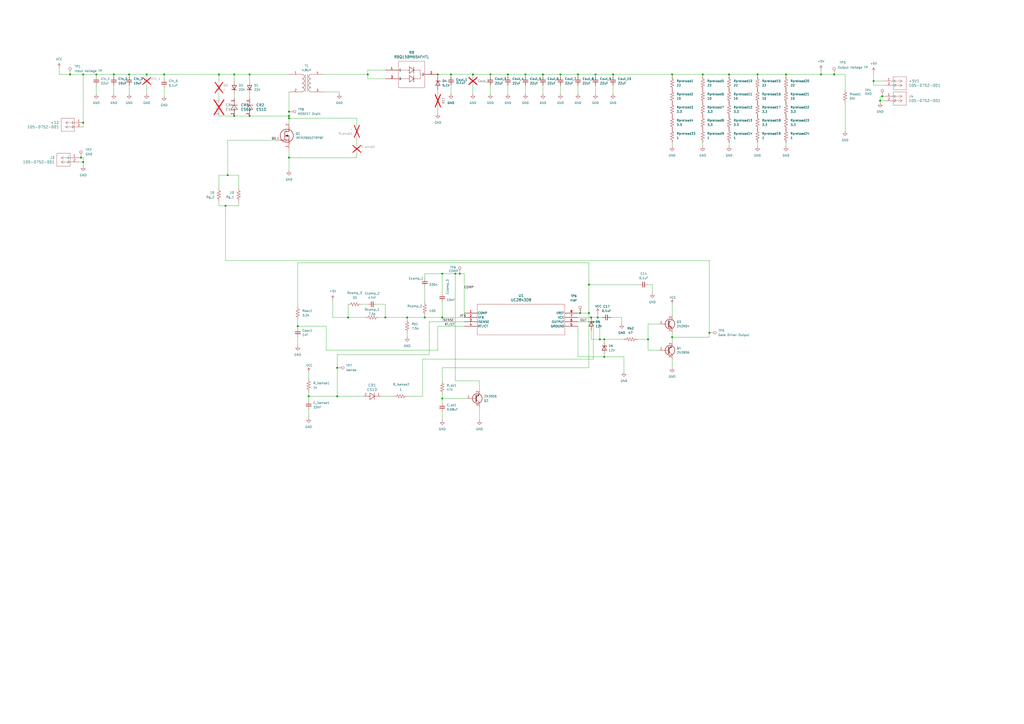
<source format=kicad_sch>
(kicad_sch (version 20250114) (generator "eeschema") (generator_version "9.0")
  (paper "A2")
  (junction (at 48.26 71.12))
  (junction (at 74.93 43.18))
  (junction (at 304.8 43.18))
  (junction (at 256.54 231.14))
  (junction (at 195.58 229.87))
  (junction (at 506.73 46.99))
  (junction (at 264.16 158.75))
  (junction (at 511.81 55.88))
  (junction (at 344.17 186.69))
  (junction (at 167.64 64.77))
  (junction (at 167.64 91.44))
  (junction (at 132.08 101.6))
  (junction (at 422.91 43.18))
  (junction (at 135.89 43.18))
  (junction (at 256.54 158.75))
  (junction (at 483.87 43.18))
  (junction (at 48.26 93.98))
  (junction (at 389.89 195.58))
  (junction (at 144.78 67.31))
  (junction (at 172.72 189.23))
  (junction (at 213.36 43.18))
  (junction (at 375.92 196.85))
  (junction (at 355.6 43.18))
  (junction (at 284.48 43.18))
  (junction (at 342.9 184.15))
  (junction (at 274.32 43.18))
  (junction (at 85.09 43.18))
  (junction (at 389.89 43.18))
  (junction (at 325.12 43.18))
  (junction (at 48.26 43.18))
  (junction (at 335.28 43.18))
  (junction (at 167.64 68.58))
  (junction (at 350.52 196.85))
  (junction (at 144.78 43.18))
  (junction (at 314.96 43.18))
  (junction (at 40.64 43.18))
  (junction (at 130.81 119.38))
  (junction (at 195.58 213.36))
  (junction (at 350.52 207.01))
  (junction (at 66.04 43.18))
  (junction (at 46.99 91.44))
  (junction (at 179.07 229.87))
  (junction (at 411.48 193.04))
  (junction (at 341.63 181.61))
  (junction (at 455.93 43.18))
  (junction (at 341.63 165.1))
  (junction (at 256.54 184.15))
  (junction (at 261.62 43.18))
  (junction (at 476.25 43.18))
  (junction (at 246.38 184.15))
  (junction (at 135.89 67.31))
  (junction (at 346.71 184.15))
  (junction (at 55.88 43.18))
  (junction (at 223.52 184.15))
  (junction (at 510.54 58.42))
  (junction (at 439.42 43.18))
  (junction (at 127 43.18))
  (junction (at 167.64 67.31))
  (junction (at 407.67 43.18))
  (junction (at 294.64 43.18))
  (junction (at 254 43.18))
  (junction (at 266.7 158.75))
  (junction (at 336.55 181.61))
  (junction (at 236.22 184.15))
  (junction (at 201.93 184.15))
  (junction (at 347.98 196.85))
  (junction (at 95.25 43.18))
  (junction (at 345.44 43.18))
  (wire (pts (xy 256.54 184.15) (xy 269.24 184.15)))
  (wire (pts (xy 196.85 53.34) (xy 196.85 54.61)))
  (wire (pts (xy 335.28 186.69) (xy 344.17 186.69)))
  (wire (pts (xy 85.09 49.53) (xy 85.09 54.61)))
  (wire (pts (xy 245.11 208.28) (xy 245.11 229.87)))
  (wire (pts (xy 144.78 54.61) (xy 144.78 57.15)))
  (wire (pts (xy 127 116.84) (xy 127 119.38)))
  (wire (pts (xy 144.78 43.18) (xy 167.64 43.18)))
  (wire (pts (xy 294.64 43.18) (xy 294.64 44.45)))
  (wire (pts (xy 46.99 91.44) (xy 48.26 91.44)))
  (wire (pts (xy 360.68 184.15) (xy 360.68 187.96)))
  (wire (pts (xy 355.6 49.53) (xy 355.6 54.61)))
  (wire (pts (xy 455.93 43.18) (xy 476.25 43.18)))
  (wire (pts (xy 439.42 43.18) (xy 439.42 44.45)))
  (wire (pts (xy 314.96 49.53) (xy 314.96 54.61)))
  (wire (pts (xy 369.57 196.85) (xy 375.92 196.85)))
  (wire (pts (xy 439.42 43.18) (xy 455.93 43.18)))
  (wire (pts (xy 314.96 43.18) (xy 314.96 44.45)))
  (wire (pts (xy 219.71 184.15) (xy 223.52 184.15)))
  (wire (pts (xy 344.17 186.69) (xy 347.98 186.69)))
  (wire (pts (xy 347.98 196.85) (xy 350.52 196.85)))
  (wire (pts (xy 345.44 43.18) (xy 345.44 44.45)))
  (wire (pts (xy 336.55 181.61) (xy 341.63 181.61)))
  (wire (pts (xy 274.32 43.18) (xy 274.32 44.45)))
  (wire (pts (xy 213.36 43.18) (xy 213.36 45.72)))
  (wire (pts (xy 223.52 176.53) (xy 223.52 184.15)))
  (wire (pts (xy 213.36 43.18) (xy 213.36 40.64)))
  (wire (pts (xy 172.72 195.58) (xy 172.72 200.66)))
  (wire (pts (xy 254 43.18) (xy 261.62 43.18)))
  (wire (pts (xy 506.73 49.53) (xy 506.73 46.99)))
  (wire (pts (xy 345.44 49.53) (xy 345.44 54.61)))
  (wire (pts (xy 335.28 207.01) (xy 350.52 207.01)))
  (wire (pts (xy 48.26 93.98) (xy 45.72 93.98)))
  (wire (pts (xy 314.96 43.18) (xy 325.12 43.18)))
  (wire (pts (xy 207.01 80.01) (xy 207.01 83.82)))
  (wire (pts (xy 389.89 193.04) (xy 389.89 195.58)))
  (wire (pts (xy 344.17 186.69) (xy 344.17 208.28)))
  (wire (pts (xy 342.9 184.15) (xy 346.71 184.15)))
  (wire (pts (xy 189.23 189.23) (xy 172.72 189.23)))
  (wire (pts (xy 407.67 43.18) (xy 407.67 44.45)))
  (wire (pts (xy 223.52 184.15) (xy 236.22 184.15)))
  (wire (pts (xy 256.54 175.26) (xy 256.54 184.15)))
  (wire (pts (xy 236.22 184.15) (xy 246.38 184.15)))
  (wire (pts (xy 48.26 91.44) (xy 48.26 93.98)))
  (wire (pts (xy 127 43.18) (xy 135.89 43.18)))
  (wire (pts (xy 48.26 96.52) (xy 48.26 93.98)))
  (wire (pts (xy 213.36 45.72) (xy 223.52 45.72)))
  (wire (pts (xy 132.08 101.6) (xy 138.43 101.6)))
  (wire (pts (xy 350.52 196.85) (xy 361.95 196.85)))
  (wire (pts (xy 248.92 186.69) (xy 248.92 205.74)))
  (wire (pts (xy 74.93 49.53) (xy 74.93 54.61)))
  (wire (pts (xy 135.89 54.61) (xy 135.89 57.15)))
  (wire (pts (xy 350.52 205.74) (xy 350.52 207.01)))
  (wire (pts (xy 179.07 227.33) (xy 179.07 229.87)))
  (wire (pts (xy 179.07 229.87) (xy 179.07 232.41)))
  (wire (pts (xy 167.64 67.31) (xy 167.64 68.58)))
  (wire (pts (xy 325.12 43.18) (xy 335.28 43.18)))
  (wire (pts (xy 256.54 213.36) (xy 256.54 220.98)))
  (wire (pts (xy 195.58 213.36) (xy 195.58 229.87)))
  (wire (pts (xy 254 189.23) (xy 269.24 189.23)))
  (wire (pts (xy 254 43.18) (xy 254 44.45)))
  (wire (pts (xy 195.58 229.87) (xy 210.82 229.87)))
  (wire (pts (xy 254 189.23) (xy 254 203.2)))
  (wire (pts (xy 335.28 181.61) (xy 336.55 181.61)))
  (wire (pts (xy 513.08 49.53) (xy 506.73 49.53)))
  (wire (pts (xy 95.25 50.8) (xy 95.25 55.88)))
  (wire (pts (xy 341.63 152.4) (xy 341.63 165.1)))
  (wire (pts (xy 335.28 184.15) (xy 342.9 184.15)))
  (wire (pts (xy 360.68 184.15) (xy 354.33 184.15)))
  (wire (pts (xy 294.64 43.18) (xy 304.8 43.18)))
  (wire (pts (xy 511.81 55.88) (xy 510.54 55.88)))
  (wire (pts (xy 304.8 49.53) (xy 304.8 54.61)))
  (wire (pts (xy 342.9 196.85) (xy 347.98 196.85)))
  (wire (pts (xy 66.04 49.53) (xy 66.04 54.61)))
  (wire (pts (xy 236.22 193.04) (xy 236.22 195.58)))
  (wire (pts (xy 167.64 68.58) (xy 207.01 68.58)))
  (wire (pts (xy 355.6 43.18) (xy 389.89 43.18)))
  (wire (pts (xy 284.48 43.18) (xy 284.48 44.45)))
  (wire (pts (xy 375.92 203.2) (xy 375.92 196.85)))
  (wire (pts (xy 355.6 43.18) (xy 355.6 44.45)))
  (wire (pts (xy 389.89 195.58) (xy 389.89 198.12)))
  (wire (pts (xy 220.98 229.87) (xy 228.6 229.87)))
  (wire (pts (xy 172.72 185.42) (xy 172.72 189.23)))
  (wire (pts (xy 407.67 82.55) (xy 407.67 85.09)))
  (wire (pts (xy 209.55 176.53) (xy 213.36 176.53)))
  (wire (pts (xy 132.08 101.6) (xy 132.08 81.28)))
  (wire (pts (xy 34.29 43.18) (xy 34.29 39.37)))
  (wire (pts (xy 85.09 43.18) (xy 95.25 43.18)))
  (wire (pts (xy 256.54 213.36) (xy 341.63 213.36)))
  (wire (pts (xy 389.89 82.55) (xy 389.89 85.09)))
  (wire (pts (xy 389.89 43.18) (xy 389.89 44.45)))
  (wire (pts (xy 256.54 158.75) (xy 256.54 170.18)))
  (wire (pts (xy 342.9 191.77) (xy 342.9 196.85)))
  (wire (pts (xy 172.72 152.4) (xy 172.72 177.8)))
  (wire (pts (xy 223.52 176.53) (xy 218.44 176.53)))
  (wire (pts (xy 513.08 58.42) (xy 510.54 58.42)))
  (wire (pts (xy 48.26 71.12) (xy 48.26 43.18)))
  (wire (pts (xy 284.48 43.18) (xy 294.64 43.18)))
  (wire (pts (xy 135.89 67.31) (xy 144.78 67.31)))
  (wire (pts (xy 422.91 43.18) (xy 422.91 44.45)))
  (wire (pts (xy 167.64 86.36) (xy 167.64 91.44)))
  (wire (pts (xy 389.89 195.58) (xy 411.48 195.58)))
  (wire (pts (xy 236.22 229.87) (xy 245.11 229.87)))
  (wire (pts (xy 138.43 109.22) (xy 138.43 101.6)))
  (wire (pts (xy 256.54 228.6) (xy 256.54 231.14)))
  (wire (pts (xy 422.91 43.18) (xy 439.42 43.18)))
  (wire (pts (xy 335.28 49.53) (xy 335.28 54.61)))
  (wire (pts (xy 270.51 231.14) (xy 256.54 231.14)))
  (wire (pts (xy 294.64 49.53) (xy 294.64 54.61)))
  (wire (pts (xy 278.13 236.22) (xy 278.13 243.84)))
  (wire (pts (xy 172.72 152.4) (xy 341.63 152.4)))
  (wire (pts (xy 48.26 71.12) (xy 48.26 73.66)))
  (wire (pts (xy 74.93 43.18) (xy 74.93 44.45)))
  (wire (pts (xy 254 203.2) (xy 189.23 203.2)))
  (wire (pts (xy 382.27 187.96) (xy 375.92 187.96)))
  (wire (pts (xy 284.48 49.53) (xy 284.48 54.61)))
  (wire (pts (xy 55.88 43.18) (xy 55.88 44.45)))
  (wire (pts (xy 172.72 189.23) (xy 172.72 190.5)))
  (wire (pts (xy 189.23 203.2) (xy 189.23 189.23)))
  (wire (pts (xy 245.11 208.28) (xy 344.17 208.28)))
  (wire (pts (xy 254 52.07) (xy 254 54.61)))
  (wire (pts (xy 167.64 68.58) (xy 167.64 71.12)))
  (wire (pts (xy 127 101.6) (xy 132.08 101.6)))
  (wire (pts (xy 127 54.61) (xy 127 57.15)))
  (wire (pts (xy 132.08 81.28) (xy 160.02 81.28)))
  (wire (pts (xy 167.64 53.34) (xy 167.64 64.77)))
  (wire (pts (xy 261.62 43.18) (xy 274.32 43.18)))
  (wire (pts (xy 261.62 49.53) (xy 261.62 54.61)))
  (wire (pts (xy 34.29 43.18) (xy 40.64 43.18)))
  (wire (pts (xy 510.54 58.42) (xy 510.54 59.69)))
  (wire (pts (xy 127 67.31) (xy 135.89 67.31)))
  (wire (pts (xy 144.78 43.18) (xy 144.78 46.99)))
  (wire (pts (xy 346.71 184.15) (xy 346.71 181.61)))
  (wire (pts (xy 48.26 43.18) (xy 55.88 43.18)))
  (wire (pts (xy 350.52 207.01) (xy 361.95 207.01)))
  (wire (pts (xy 269.24 186.69) (xy 248.92 186.69)))
  (wire (pts (xy 74.93 43.18) (xy 85.09 43.18)))
  (wire (pts (xy 510.54 55.88) (xy 510.54 58.42)))
  (wire (pts (xy 455.93 82.55) (xy 455.93 85.09)))
  (wire (pts (xy 266.7 158.75) (xy 264.16 158.75)))
  (wire (pts (xy 349.25 184.15) (xy 346.71 184.15)))
  (wire (pts (xy 341.63 165.1) (xy 341.63 181.61)))
  (wire (pts (xy 335.28 43.18) (xy 335.28 44.45)))
  (wire (pts (xy 127 43.18) (xy 127 46.99)))
  (wire (pts (xy 411.48 151.13) (xy 411.48 193.04)))
  (wire (pts (xy 246.38 182.88) (xy 246.38 184.15)))
  (wire (pts (xy 246.38 184.15) (xy 256.54 184.15)))
  (wire (pts (xy 261.62 44.45) (xy 261.62 43.18)))
  (wire (pts (xy 187.96 53.34) (xy 196.85 53.34)))
  (wire (pts (xy 130.81 151.13) (xy 411.48 151.13)))
  (wire (pts (xy 483.87 43.18) (xy 490.22 43.18)))
  (wire (pts (xy 248.92 205.74) (xy 195.58 205.74)))
  (wire (pts (xy 274.32 43.18) (xy 284.48 43.18)))
  (wire (pts (xy 476.25 40.64) (xy 476.25 43.18)))
  (wire (pts (xy 256.54 238.76) (xy 256.54 243.84)))
  (wire (pts (xy 407.67 43.18) (xy 422.91 43.18)))
  (wire (pts (xy 490.22 59.69) (xy 490.22 76.2)))
  (wire (pts (xy 341.63 165.1) (xy 370.84 165.1)))
  (wire (pts (xy 378.46 165.1) (xy 378.46 170.18)))
  (wire (pts (xy 193.04 184.15) (xy 201.93 184.15)))
  (wire (pts (xy 85.09 43.18) (xy 85.09 44.45)))
  (wire (pts (xy 378.46 165.1) (xy 375.92 165.1)))
  (wire (pts (xy 179.07 215.9) (xy 179.07 219.71)))
  (wire (pts (xy 95.25 43.18) (xy 127 43.18)))
  (wire (pts (xy 264.16 220.98) (xy 264.16 158.75)))
  (wire (pts (xy 167.64 91.44) (xy 207.01 91.44)))
  (wire (pts (xy 439.42 82.55) (xy 439.42 85.09)))
  (wire (pts (xy 274.32 49.53) (xy 274.32 54.61)))
  (wire (pts (xy 347.98 186.69) (xy 347.98 196.85)))
  (wire (pts (xy 325.12 49.53) (xy 325.12 54.61)))
  (wire (pts (xy 254 62.23) (xy 254 66.04)))
  (wire (pts (xy 201.93 184.15) (xy 212.09 184.15)))
  (wire (pts (xy 389.89 43.18) (xy 407.67 43.18)))
  (wire (pts (xy 304.8 43.18) (xy 304.8 44.45)))
  (wire (pts (xy 55.88 43.18) (xy 66.04 43.18)))
  (wire (pts (xy 455.93 43.18) (xy 455.93 44.45)))
  (wire (pts (xy 350.52 196.85) (xy 350.52 198.12)))
  (wire (pts (xy 130.81 119.38) (xy 138.43 119.38)))
  (wire (pts (xy 236.22 185.42) (xy 236.22 184.15)))
  (wire (pts (xy 195.58 205.74) (xy 195.58 213.36)))
  (wire (pts (xy 506.73 46.99) (xy 513.08 46.99)))
  (wire (pts (xy 66.04 43.18) (xy 74.93 43.18)))
  (wire (pts (xy 144.78 67.31) (xy 167.64 67.31)))
  (wire (pts (xy 135.89 43.18) (xy 144.78 43.18)))
  (wire (pts (xy 256.54 158.75) (xy 264.16 158.75)))
  (wire (pts (xy 40.64 43.18) (xy 48.26 43.18)))
  (wire (pts (xy 269.24 158.75) (xy 266.7 158.75)))
  (wire (pts (xy 382.27 203.2) (xy 375.92 203.2)))
  (wire (pts (xy 411.48 193.04) (xy 411.48 195.58)))
  (wire (pts (xy 55.88 49.53) (xy 55.88 54.61)))
  (wire (pts (xy 179.07 237.49) (xy 179.07 242.57)))
  (wire (pts (xy 207.01 68.58) (xy 207.01 72.39)))
  (wire (pts (xy 355.6 43.18) (xy 345.44 43.18)))
  (wire (pts (xy 278.13 220.98) (xy 264.16 220.98)))
  (wire (pts (xy 246.38 166.37) (xy 246.38 175.26)))
  (wire (pts (xy 138.43 119.38) (xy 138.43 116.84)))
  (wire (pts (xy 335.28 189.23) (xy 335.28 207.01)))
  (wire (pts (xy 325.12 43.18) (xy 325.12 44.45)))
  (wire (pts (xy 256.54 231.14) (xy 256.54 233.68)))
  (wire (pts (xy 246.38 158.75) (xy 246.38 161.29)))
  (wire (pts (xy 422.91 82.55) (xy 422.91 85.09)))
  (wire (pts (xy 506.73 41.91) (xy 506.73 46.99)))
  (wire (pts (xy 375.92 187.96) (xy 375.92 196.85)))
  (wire (pts (xy 193.04 173.99) (xy 193.04 184.15)))
  (wire (pts (xy 130.81 151.13) (xy 130.81 119.38)))
  (wire (pts (xy 66.04 43.18) (xy 66.04 44.45)))
  (wire (pts (xy 213.36 40.64) (xy 223.52 40.64)))
  (wire (pts (xy 341.63 213.36) (xy 341.63 181.61)))
  (wire (pts (xy 179.07 229.87) (xy 195.58 229.87)))
  (wire (pts (xy 513.08 55.88) (xy 511.81 55.88)))
  (wire (pts (xy 278.13 220.98) (xy 278.13 226.06)))
  (wire (pts (xy 269.24 181.61) (xy 269.24 158.75)))
  (wire (pts (xy 389.89 208.28) (xy 389.89 213.36)))
  (wire (pts (xy 361.95 207.01) (xy 361.95 215.9)))
  (wire (pts (xy 127 119.38) (xy 130.81 119.38)))
  (wire (pts (xy 246.38 158.75) (xy 256.54 158.75)))
  (wire (pts (xy 207.01 88.9) (xy 207.01 91.44)))
  (wire (pts (xy 45.72 91.44) (xy 46.99 91.44)))
  (wire (pts (xy 167.64 64.77) (xy 167.64 67.31)))
  (wire (pts (xy 304.8 43.18) (xy 314.96 43.18)))
  (wire (pts (xy 201.93 176.53) (xy 201.93 184.15)))
  (wire (pts (xy 135.89 43.18) (xy 135.89 46.99)))
  (wire (pts (xy 127 101.6) (xy 127 109.22)))
  (wire (pts (xy 167.64 91.44) (xy 167.64 99.06)))
  (wire (pts (xy 335.28 43.18) (xy 345.44 43.18)))
  (wire (pts (xy 95.25 43.18) (xy 95.25 45.72)))
  (wire (pts (xy 187.96 43.18) (xy 213.36 43.18)))
  (wire (pts (xy 490.22 43.18) (xy 490.22 52.07)))
  (wire (pts (xy 476.25 43.18) (xy 483.87 43.18)))
  (wire (pts (xy 389.89 176.53) (xy 389.89 182.88)))
  (label "QG" (at 157.48 81.28 0))
  (label "COMP" (at 269.24 167.64 0))
  (label "VFB" (at 266.7 184.15 0))
  (label "RT{slash}CT" (at 257.81 189.23 0))
  (label "OUT" (at 336.55 186.69 0))
  (label "ISENSE" (at 256.54 186.69 0))
  (symbol (lib_id "Device:R_US") (at 205.74 176.53 90) (unit 1)
    (property "Reference" "Rcomp_3" (at 205.74 169.926 90))
    (property "Value" "33" (at 205.74 172.72 90))
    (property "Footprint" "Resistor_SMD:R_0603_1608Metric_Pad0.98x0.95mm_HandSolder" (effects (hide yes)))
    (property "Description" "Resistor, US symbol" (effects (hide yes)))
  )
  (symbol (lib_id "Device:R_US") (at 455.93 78.74 0) (unit 1)
    (property "Reference" "Rpreload24" (at 458.47 77.4699 0) (effects (justify left)))
    (property "Value" "1" (at 458.47 80.0099 0) (effects (justify left)))
    (property "Footprint" "Resistor_SMD:R_1206_3216Metric_Pad1.30x1.75mm_HandSolder" (effects (hide yes)))
    (property "Description" "Resistor, US symbol" (effects (hide yes)))
  )
  (symbol (lib_id "Device:C_Small") (at 355.6 46.99 0) (unit 1)
    (property "Reference" "Cout_10" (at 358.394 45.72 0) (effects (justify left)))
    (property "Value" "22uF" (at 358.394 48.26 0) (effects (justify left)))
    (property "Footprint" "Capacitor_SMD:C_1206_3216Metric_Pad1.33x1.80mm_HandSolder" (effects (hide yes)))
    (property "Description" "Unpolarized capacitor, small symbol" (effects (hide yes)))
  )
  (symbol (lib_id "ES1D:ES1D") (at 210.82 229.87 0) (unit 1)
    (property "Reference" "CR1" (at 215.9 223.52 0) (effects (font (size 1.524 1.524))))
    (property "Value" "ES1D" (at 215.9 226.06 0) (effects (font (size 1.524 1.524))))
    (property "Footprint" "ES1D:ES1D" (effects (hide yes)))
    (property "Datasheet" "ES1D" (effects (hide yes)))
  )
  (symbol (lib_id "ES1D:ES1D") (at 127 67.31 90) (unit 1) (dnp yes)
    (property "Reference" "CR4" (at 130.81 60.9599 90) (effects (font (size 1.524 1.524)) (justify right)))
    (property "Value" "ES1D" (at 130.81 63.4999 90) (effects (font (size 1.524 1.524)) (justify right)))
    (property "Footprint" "ES1D:ES1D" (effects (hide yes)))
    (property "Datasheet" "ES1D" (effects (hide yes)))
  )
  (symbol (lib_id "Device:C_Small") (at 256.54 172.72 0) (unit 1)
    (property "Reference" "Ccomp_3" (at 259.588 170.688 90) (effects (justify left)))
    (property "Value" "10nF" (at 259.08 173.9962 0) (effects (justify left)))
    (property "Footprint" "Capacitor_SMD:C_1206_3216Metric_Pad1.33x1.80mm_HandSolder" (effects (hide yes)))
    (property "Description" "Unpolarized capacitor, small symbol" (effects (hide yes)))
  )
  (symbol (lib_id "Device:R_US") (at 439.42 78.74 0) (unit 1)
    (property "Reference" "Rpreload19" (at 441.96 77.4699 0) (effects (justify left)))
    (property "Value" "1" (at 441.96 80.0099 0) (effects (justify left)))
    (property "Footprint" "Resistor_SMD:R_1206_3216Metric_Pad1.30x1.75mm_HandSolder" (effects (hide yes)))
    (property "Description" "Resistor, US symbol" (effects (hide yes)))
  )
  (symbol (lib_id "power:GND") (at 455.93 85.09 0) (unit 1)
    (property "Reference" "#PWR039" (effects (hide yes)))
    (property "Value" "GND" (at 455.93 90.17 0))
    (property "Description" "Power symbol creates a global label with name \"GND\" , ground" (effects (hide yes)))
  )
  (symbol (lib_id "Device:R_US") (at 254 58.42 180) (unit 1) (dnp yes)
    (property "Reference" "R11" (at 257.1749 60.325 90) (effects (justify right)))
    (property "Value" "~" (at 259.7149 60.325 90) (effects (justify right)))
    (property "Footprint" "Resistor_SMD:R_1206_3216Metric_Pad1.30x1.75mm_HandSolder" (effects (hide yes)))
    (property "Description" "Resistor, US symbol" (effects (hide yes)))
  )
  (symbol (lib_id "Device:R_US") (at 215.9 184.15 270) (unit 1)
    (property "Reference" "Rcomp_1" (at 215.9 179.578 90))
    (property "Value" "7.5k" (at 215.9 182.118 90))
    (property "Footprint" "Resistor_SMD:R_0603_1608Metric_Pad0.98x0.95mm_HandSolder" (effects (hide yes)))
    (property "Description" "Resistor, US symbol" (effects (hide yes)))
  )
  (symbol (lib_id "Connector:TestPoint") (at 195.58 213.36 270) (unit 1)
    (property "Reference" "TP7" (at 200.66 212.0899 90) (effects (justify left)))
    (property "Value" "Isense" (at 200.66 214.6299 90) (effects (justify left)))
    (property "Footprint" "TestPoint:TestPoint_THTPad_2.0x2.0mm_Drill1.0mm" (effects (hide yes)))
    (property "Description" "test point" (effects (hide yes)))
  )
  (symbol (lib_id "power:GND") (at 55.88 54.61 0) (unit 1)
    (property "Reference" "#PWR09" (effects (hide yes)))
    (property "Value" "GND" (at 55.88 59.69 0))
    (property "Description" "Power symbol creates a global label with name \"GND\" , ground" (effects (hide yes)))
  )
  (symbol (lib_id "power:GND") (at 345.44 54.61 0) (unit 1)
    (property "Reference" "#PWR07" (effects (hide yes)))
    (property "Value" "GND" (at 345.44 59.69 0))
    (property "Description" "Power symbol creates a global label with name \"GND\" , ground" (effects (hide yes)))
  )
  (symbol (lib_id "ES1D:ES1D") (at 144.78 67.31 90) (unit 1)
    (property "Reference" "CR2" (at 148.59 60.9599 90) (effects (font (size 1.524 1.524)) (justify right)))
    (property "Value" "ES1D" (at 148.59 63.4999 90) (effects (font (size 1.524 1.524)) (justify right)))
    (property "Footprint" "ES1D:ES1D" (effects (hide yes)))
    (property "Datasheet" "ES1D" (effects (hide yes)))
  )
  (symbol (lib_id "Device:C_Small") (at 179.07 234.95 0) (unit 1)
    (property "Reference" "C_isense1" (at 181.61 233.6862 0) (effects (justify left)))
    (property "Value" "33nF" (at 181.61 236.2262 0) (effects (justify left)))
    (property "Footprint" "Capacitor_SMD:C_1206_3216Metric_Pad1.33x1.80mm_HandSolder" (effects (hide yes)))
    (property "Description" "Unpolarized capacitor, small symbol" (effects (hide yes)))
  )
  (symbol (lib_id "power:GND") (at 278.13 243.84 0) (unit 1)
    (property "Reference" "#PWR028" (effects (hide yes)))
    (property "Value" "GND" (at 278.13 248.92 0))
    (property "Description" "Power symbol creates a global label with name \"GND\" , ground" (effects (hide yes)))
  )
  (symbol (lib_id "RBQ15BM65AFHTL:RBQ15BM65AFHTL") (at 254 43.18 0) (mirror y) (unit 1)
    (property "Reference" "R8" (at 238.76 30.48 0) (effects (font (size 1.524 1.524))))
    (property "Value" "RBQ15BM65AFHTL" (at 238.76 33.02 0) (effects (font (size 1.524 1.524))))
    (property "Footprint" "Package_TO_SOT_SMD:TO-252-2" (effects (hide yes)))
    (property "Datasheet" "RBQ15BM65AFHTL" (effects (hide yes)))
  )
  (symbol (lib_id "Device:Transformer_1P_1S") (at 177.8 48.26 0) (unit 1)
    (property "Reference" "T1" (at 177.8127 38.1 0))
    (property "Value" "4.8uH" (at 177.8127 40.64 0))
    (property "Footprint" "Flyback_Xfmr:Flyback_Xfmr" (effects (hide yes)))
    (property "Description" "Transformer, single primary, single secondary" (effects (hide yes)))
  )
  (symbol (lib_id "power:GND") (at 66.04 54.61 0) (unit 1)
    (property "Reference" "#PWR010" (effects (hide yes)))
    (property "Value" "GND" (at 66.04 59.69 0))
    (property "Description" "Power symbol creates a global label with name \"GND\" , ground" (effects (hide yes)))
  )
  (symbol (lib_id "Device:R_US") (at 422.91 48.26 0) (unit 1)
    (property "Reference" "Rpreload10" (at 425.45 46.9899 0) (effects (justify left)))
    (property "Value" "22" (at 425.45 49.5299 0) (effects (justify left)))
    (property "Footprint" "Resistor_SMD:R_1206_3216Metric_Pad1.30x1.75mm_HandSolder" (effects (hide yes)))
    (property "Description" "Resistor, US symbol" (effects (hide yes)))
  )
  (symbol (lib_id "Device:C_Small") (at 172.72 193.04 0) (unit 1)
    (property "Reference" "Cosc1" (at 175.26 191.7762 0) (effects (justify left)))
    (property "Value" "1nF" (at 175.26 194.3162 0) (effects (justify left)))
    (property "Footprint" "Capacitor_SMD:C_1206_3216Metric_Pad1.33x1.80mm_HandSolder" (effects (hide yes)))
    (property "Description" "Unpolarized capacitor, small symbol" (effects (hide yes)))
  )
  (symbol (lib_id "Device:R_US") (at 389.89 78.74 0) (unit 1)
    (property "Reference" "Rpreload33" (at 392.43 77.4699 0) (effects (justify left)))
    (property "Value" "1" (at 392.43 80.0099 0) (effects (justify left)))
    (property "Footprint" "Resistor_SMD:R_1206_3216Metric_Pad1.30x1.75mm_HandSolder" (effects (hide yes)))
    (property "Description" "Resistor, US symbol" (effects (hide yes)))
  )
  (symbol (lib_id "power:GND") (at 74.93 54.61 0) (unit 1)
    (property "Reference" "#PWR011" (effects (hide yes)))
    (property "Value" "GND" (at 74.93 59.69 0))
    (property "Description" "Power symbol creates a global label with name \"GND\" , ground" (effects (hide yes)))
  )
  (symbol (lib_id "Device:C_Small") (at 335.28 46.99 0) (unit 1)
    (property "Reference" "Cout_8" (at 337.82 45.7262 0) (effects (justify left)))
    (property "Value" "22uF" (at 337.82 48.2662 0) (effects (justify left)))
    (property "Footprint" "Capacitor_SMD:C_1206_3216Metric_Pad1.33x1.80mm_HandSolder" (effects (hide yes)))
    (property "Description" "Unpolarized capacitor, small symbol" (effects (hide yes)))
  )
  (symbol (lib_id "Device:D_Zener") (at 254 48.26 270) (unit 1)
    (property "Reference" "D4" (at 256.54 46.9899 90) (effects (justify left)))
    (property "Value" "5.1V" (at 256.54 49.5299 90) (effects (justify left)))
    (property "Footprint" "Diode_SMD:D_MiniMELF_Handsoldering" (effects (hide yes)))
    (property "Description" "Zener diode" (effects (hide yes)))
  )
  (symbol (lib_id "power:GND") (at 407.67 85.09 0) (unit 1)
    (property "Reference" "#PWR021" (effects (hide yes)))
    (property "Value" "GND" (at 407.67 90.17 0))
    (property "Description" "Power symbol creates a global label with name \"GND\" , ground" (effects (hide yes)))
  )
  (symbol (lib_id "Device:R_US") (at 422.91 55.88 0) (unit 1)
    (property "Reference" "Rpreload11" (at 425.45 54.6099 0) (effects (justify left)))
    (property "Value" "10" (at 425.45 57.1499 0) (effects (justify left)))
    (property "Footprint" "Resistor_SMD:R_1206_3216Metric_Pad1.30x1.75mm_HandSolder" (effects (hide yes)))
    (property "Description" "Resistor, US symbol" (effects (hide yes)))
  )
  (symbol (lib_id "power:GND") (at 85.09 54.61 0) (unit 1)
    (property "Reference" "#PWR032" (effects (hide yes)))
    (property "Value" "GND" (at 85.09 59.69 0))
    (property "Description" "Power symbol creates a global label with name \"GND\" , ground" (effects (hide yes)))
  )
  (symbol (lib_id "Connector:TestPoint") (at 511.81 55.88 0) (unit 1)
    (property "Reference" "TP4" (at 501.65 52.324 0) (effects (justify left)))
    (property "Value" "GND" (at 501.65 54.356 0) (effects (justify left)))
    (property "Footprint" "TestPoint:TestPoint_THTPad_2.0x2.0mm_Drill1.0mm" (effects (hide yes)))
    (property "Description" "test point" (effects (hide yes)))
  )
  (symbol (lib_id "Device:R_US") (at 365.76 196.85 90) (unit 1)
    (property "Reference" "Rb2" (at 365.76 190.5 90))
    (property "Value" "47" (at 365.76 193.04 90))
    (property "Footprint" "Resistor_SMD:R_0805_2012Metric_Pad1.20x1.40mm_HandSolder" (effects (hide yes)))
    (property "Description" "Resistor, US symbol" (effects (hide yes)))
  )
  (symbol (lib_id "UC2843D8:UC2843D8") (at 269.24 181.61 0) (unit 1)
    (property "Reference" "U1" (at 302.26 171.45 0) (effects (font (size 1.524 1.524))))
    (property "Value" "UC2843D8" (at 302.26 173.99 0) (effects (font (size 1.524 1.524))))
    (property "Footprint" "UC2843D8:UC2843D8" (effects (hide yes)))
    (property "Datasheet" "https://www.ti.com/lit/gpn/uc2843" (effects (hide yes)))
  )
  (symbol (lib_id "power:GND") (at 378.46 170.18 0) (unit 1)
    (property "Reference" "#PWR022" (effects (hide yes)))
    (property "Value" "GND" (at 378.46 175.26 0))
    (property "Description" "Power symbol creates a global label with name \"GND\" , ground" (effects (hide yes)))
  )
  (symbol (lib_id "power:VCC") (at 346.71 181.61 0) (unit 1)
    (property "Reference" "#PWR024" (effects (hide yes)))
    (property "Value" "VCC" (at 347.091 177.673 0))
    (property "Description" "Power symbol creates a global label with name \"VCC\"" (effects (hide yes)))
  )
  (symbol (lib_id "power:+5V") (at 506.73 41.91 0) (unit 1)
    (property "Reference" "#PWR030" (effects (hide yes)))
    (property "Value" "+5V" (at 506.73 36.83 0))
    (property "Description" "Power symbol creates a global label with name \"+5V\"" (effects (hide yes)))
  )
  (symbol (lib_id "Connector:TestPoint") (at 336.55 181.61 0) (unit 1)
    (property "Reference" "TP6" (at 330.962 171.704 0) (effects (justify left)))
    (property "Value" "Vref" (at 330.708 174.244 0) (effects (justify left)))
    (property "Footprint" "TestPoint:TestPoint_THTPad_2.0x2.0mm_Drill1.0mm" (effects (hide yes)))
    (property "Description" "test point" (effects (hide yes)))
  )
  (symbol (lib_id "Device:C_Small") (at 325.12 46.99 0) (unit 1)
    (property "Reference" "Cout_7" (at 327.66 45.7262 0) (effects (justify left)))
    (property "Value" "22uF" (at 327.66 48.2662 0) (effects (justify left)))
    (property "Footprint" "Capacitor_SMD:C_1206_3216Metric_Pad1.33x1.80mm_HandSolder" (effects (hide yes)))
    (property "Description" "Unpolarized capacitor, small symbol" (effects (hide yes)))
  )
  (symbol (lib_id "power:GND") (at 167.64 99.06 0) (unit 1)
    (property "Reference" "#PWR015" (effects (hide yes)))
    (property "Value" "GND" (at 167.64 104.14 0))
    (property "Description" "Power symbol creates a global label with name \"GND\" , ground" (effects (hide yes)))
  )
  (symbol (lib_id "power:GND") (at 172.72 200.66 0) (unit 1)
    (property "Reference" "#PWR029" (effects (hide yes)))
    (property "Value" "GND" (at 172.72 205.74 0))
    (property "Description" "Power symbol creates a global label with name \"GND\" , ground" (effects (hide yes)))
  )
  (symbol (lib_id "power:GND") (at 314.96 54.61 0) (unit 1)
    (property "Reference" "#PWR04" (effects (hide yes)))
    (property "Value" "GND" (at 314.96 59.69 0))
    (property "Description" "Power symbol creates a global label with name \"GND\" , ground" (effects (hide yes)))
  )
  (symbol (lib_id "power:GND") (at 274.32 54.61 0) (unit 1)
    (property "Reference" "#PWR034" (effects (hide yes)))
    (property "Value" "GND" (at 274.32 59.69 0))
    (property "Description" "Power symbol creates a global label with name \"GND\" , ground" (effects (hide yes)))
  )
  (symbol (lib_id "Device:C_Small") (at 294.64 46.99 0) (unit 1)
    (property "Reference" "Cout_4" (at 297.18 45.7262 0) (effects (justify left)))
    (property "Value" "22uF" (at 297.18 48.2662 0) (effects (justify left)))
    (property "Footprint" "Capacitor_SMD:C_1206_3216Metric_Pad1.33x1.80mm_HandSolder" (effects (hide yes)))
    (property "Description" "Unpolarized capacitor, small symbol" (effects (hide yes)))
  )
  (symbol (lib_id "tipjack:105-0752-001") (at 513.08 55.88 0) (unit 1)
    (property "Reference" "J4" (at 527.05 55.8799 0) (effects (font (size 1.524 1.524)) (justify left)))
    (property "Value" "105-0752-001" (at 527.05 58.4199 0) (effects (font (size 1.524 1.524)) (justify left)))
    (property "Footprint" "tipjack:CONN_0752-001" (effects (hide yes)))
    (property "Datasheet" "105-0752-001" (effects (hide yes)))
  )
  (symbol (lib_id "Device:R_US") (at 439.42 55.88 0) (unit 1)
    (property "Reference" "Rpreload16" (at 441.96 54.6099 0) (effects (justify left)))
    (property "Value" "10" (at 441.96 57.1499 0) (effects (justify left)))
    (property "Footprint" "Resistor_SMD:R_1206_3216Metric_Pad1.30x1.75mm_HandSolder" (effects (hide yes)))
    (property "Description" "Resistor, US symbol" (effects (hide yes)))
  )
  (symbol (lib_id "power:GND") (at 256.54 243.84 0) (unit 1)
    (property "Reference" "#PWR027" (effects (hide yes)))
    (property "Value" "GND" (at 256.54 248.92 0))
    (property "Description" "Power symbol creates a global label with name \"GND\" , ground" (effects (hide yes)))
  )
  (symbol (lib_id "Device:R_US") (at 179.07 223.52 180) (unit 1)
    (property "Reference" "R_isense1" (at 181.61 222.2499 0) (effects (justify right)))
    (property "Value" "1k" (at 181.61 224.7899 0) (effects (justify right)))
    (property "Footprint" "Resistor_SMD:R_1206_3216Metric_Pad1.30x1.75mm_HandSolder" (effects (hide yes)))
    (property "Description" "Resistor, US symbol" (effects (hide yes)))
  )
  (symbol (lib_id "Device:C_Small") (at 314.96 46.99 0) (unit 1)
    (property "Reference" "Cout_6" (at 317.5 45.7262 0) (effects (justify left)))
    (property "Value" "22uF" (at 317.5 48.2662 0) (effects (justify left)))
    (property "Footprint" "Capacitor_SMD:C_1206_3216Metric_Pad1.33x1.80mm_HandSolder" (effects (hide yes)))
    (property "Description" "Unpolarized capacitor, small symbol" (effects (hide yes)))
  )
  (symbol (lib_id "Device:R_US") (at 207.01 76.2 180) (unit 1) (dnp yes)
    (property "Reference" "R_snub1" (at 204.47 77.4701 0) (effects (justify left)))
    (property "Value" "~" (at 204.47 74.9301 0) (effects (justify left)))
    (property "Footprint" "Resistor_SMD:R_1206_3216Metric_Pad1.30x1.75mm_HandSolder" (effects (hide yes)))
    (property "Description" "Resistor, US symbol" (effects (hide yes)))
  )
  (symbol (lib_id "Device:R_US") (at 455.93 63.5 0) (unit 1)
    (property "Reference" "Rpreload22" (at 458.47 62.2299 0) (effects (justify left)))
    (property "Value" "3.3" (at 458.47 64.7699 0) (effects (justify left)))
    (property "Footprint" "Resistor_SMD:R_1206_3216Metric_Pad1.30x1.75mm_HandSolder" (effects (hide yes)))
    (property "Description" "Resistor, US symbol" (effects (hide yes)))
  )
  (symbol (lib_id "Device:C_Small") (at 85.09 46.99 0) (unit 1) (dnp yes)
    (property "Reference" "Cin_4" (at 87.63 45.7262 0) (effects (justify left)))
    (property "Value" "~" (at 87.63 48.2662 0) (effects (justify left)))
    (property "Footprint" "Capacitor_SMD:C_1206_3216Metric_Pad1.33x1.80mm_HandSolder" (effects (hide yes)))
    (property "Description" "Unpolarized capacitor, small symbol" (effects (hide yes)))
  )
  (symbol (lib_id "Device:C_Small") (at 256.54 236.22 0) (unit 1)
    (property "Reference" "C_ss1" (at 259.08 234.9562 0) (effects (justify left)))
    (property "Value" "0.68uF" (at 259.08 237.4962 0) (effects (justify left)))
    (property "Footprint" "Capacitor_SMD:C_0805_2012Metric_Pad1.18x1.45mm_HandSolder" (effects (hide yes)))
    (property "Description" "Unpolarized capacitor, small symbol" (effects (hide yes)))
  )
  (symbol (lib_id "power:+5V") (at 476.25 40.64 0) (unit 1)
    (property "Reference" "#PWR041" (effects (hide yes)))
    (property "Value" "+5V" (at 476.25 35.56 0))
    (property "Description" "Power symbol creates a global label with name \"+5V\"" (effects (hide yes)))
  )
  (symbol (lib_id "IRFR2905ZTRPBF:IRFR2905ZTRPBF") (at 160.02 81.28 0) (unit 1)
    (property "Reference" "Q1" (at 171.45 77.4699 0) (effects (justify left)))
    (property "Value" "IRFR2905ZTRPBF" (at 171.45 80.0099 0) (effects (justify left)))
    (property "Footprint" "IRF2905Z:IRFR2905ZTRPBF" (effects (hide yes)))
    (property "Datasheet" "https://www.infineon.com/dgdl/irfr2905zpbf.pdf?fileId=5546d462533600a401535630e7222088" (effects (hide yes)))
    (property "Description" "MOSFET 55V 1 N-CH HEXFET 14.5mOhms 29nC" (effects (hide yes)))
    (property "Height" "2.52" (effects (hide yes)))
    (property "Manufacturer_Name" "Infineon" (effects (hide yes)))
    (property "Manufacturer_Part_Number" "IRFR2905ZTRPBF" (effects (hide yes)))
  )
  (symbol (lib_id "Device:D_Zener") (at 127 50.8 90) (unit 1) (dnp yes)
    (property "Reference" "D3" (at 129.54 49.5299 90) (effects (justify right)))
    (property "Value" "~" (at 129.54 52.0699 90) (effects (justify right)))
    (property "Footprint" "Diode_SMD:D_MiniMELF_Handsoldering" (effects (hide yes)))
    (property "Description" "Zener diode" (effects (hide yes)))
  )
  (symbol (lib_id "Device:R_US") (at 422.91 63.5 0) (unit 1)
    (property "Reference" "Rpreload12" (at 425.45 62.2299 0) (effects (justify left)))
    (property "Value" "3.3" (at 425.45 64.7699 0) (effects (justify left)))
    (property "Footprint" "Resistor_SMD:R_1206_3216Metric_Pad1.30x1.75mm_HandSolder" (effects (hide yes)))
    (property "Description" "Resistor, US symbol" (effects (hide yes)))
  )
  (symbol (lib_id "Device:R_US") (at 490.22 55.88 0) (unit 1)
    (property "Reference" "Rload1" (at 492.76 54.6099 0) (effects (justify left)))
    (property "Value" "DNI" (at 492.76 57.1499 0) (effects (justify left)))
    (property "Footprint" "Resistor_SMD:R_1206_3216Metric_Pad1.30x1.75mm_HandSolder" (effects (hide yes)))
    (property "Description" "Resistor, US symbol" (effects (hide yes)))
  )
  (symbol (lib_id "Device:C_Small") (at 215.9 176.53 90) (unit 1)
    (property "Reference" "Ccomp_2" (at 215.9063 170.18 90))
    (property "Value" "47nF" (at 215.9063 172.72 90))
    (property "Footprint" "Capacitor_SMD:C_1206_3216Metric_Pad1.33x1.80mm_HandSolder" (effects (hide yes)))
    (property "Description" "Unpolarized capacitor, small symbol" (effects (hide yes)))
  )
  (symbol (lib_id "Device:R_US") (at 389.89 55.88 0) (unit 1)
    (property "Reference" "Rpreload2" (at 392.43 54.6099 0) (effects (justify left)))
    (property "Value" "10" (at 392.43 57.1499 0) (effects (justify left)))
    (property "Footprint" "Resistor_SMD:R_1206_3216Metric_Pad1.30x1.75mm_HandSolder" (effects (hide yes)))
    (property "Description" "Resistor, US symbol" (effects (hide yes)))
  )
  (symbol (lib_id "Device:R_US") (at 389.89 48.26 0) (unit 1)
    (property "Reference" "Rpreload1" (at 392.43 46.9899 0) (effects (justify left)))
    (property "Value" "22" (at 392.43 49.5299 0) (effects (justify left)))
    (property "Footprint" "Resistor_SMD:R_1206_3216Metric_Pad1.30x1.75mm_HandSolder" (effects (hide yes)))
    (property "Description" "Resistor, US symbol" (effects (hide yes)))
  )
  (symbol (lib_id "power:GND") (at 48.26 96.52 0) (unit 1)
    (property "Reference" "#PWR026" (effects (hide yes)))
    (property "Value" "GND" (at 48.26 101.6 0))
    (property "Description" "Power symbol creates a global label with name \"GND\" , ground" (effects (hide yes)))
  )
  (symbol (lib_id "Device:R_US") (at 389.89 71.12 0) (unit 1)
    (property "Reference" "Rpreload4" (at 392.43 69.8499 0) (effects (justify left)))
    (property "Value" "3.3" (at 392.43 72.3899 0) (effects (justify left)))
    (property "Footprint" "Resistor_SMD:R_1206_3216Metric_Pad1.30x1.75mm_HandSolder" (effects (hide yes)))
    (property "Description" "Resistor, US symbol" (effects (hide yes)))
  )
  (symbol (lib_id "Device:C_Small") (at 261.62 46.99 0) (unit 1)
    (property "Reference" "Cout_1" (at 264.414 46.2342 0) (effects (justify left)))
    (property "Value" "0.1uF" (at 264.668 48.006 0) (effects (justify left)))
    (property "Footprint" "Capacitor_SMD:C_1206_3216Metric_Pad1.33x1.80mm_HandSolder" (effects (hide yes)))
    (property "Description" "Unpolarized capacitor, small symbol" (effects (hide yes)))
  )
  (symbol (lib_id "power:GND") (at 389.89 85.09 0) (unit 1)
    (property "Reference" "#PWR014" (effects (hide yes)))
    (property "Value" "GND" (at 389.89 90.17 0))
    (property "Description" "Power symbol creates a global label with name \"GND\" , ground" (effects (hide yes)))
  )
  (symbol (lib_id "Device:C_Small") (at 304.8 46.99 0) (unit 1)
    (property "Reference" "Cout_5" (at 307.34 45.7262 0) (effects (justify left)))
    (property "Value" "22uF" (at 307.34 48.2662 0) (effects (justify left)))
    (property "Footprint" "Capacitor_SMD:C_1206_3216Metric_Pad1.33x1.80mm_HandSolder" (effects (hide yes)))
    (property "Description" "Unpolarized capacitor, small symbol" (effects (hide yes)))
  )
  (symbol (lib_id "Device:D_Zener") (at 350.52 201.93 270) (unit 1)
    (property "Reference" "D6" (at 353.06 200.6599 90) (effects (justify left)))
    (property "Value" "12V" (at 353.06 203.1999 90) (effects (justify left)))
    (property "Footprint" "Diode_SMD:D_MiniMELF_Handsoldering" (effects (hide yes)))
    (property "Description" "Zener diode" (effects (hide yes)))
  )
  (symbol (lib_id "Device:R_US") (at 407.67 71.12 0) (unit 1)
    (property "Reference" "Rpreload8" (at 410.21 69.8499 0) (effects (justify left)))
    (property "Value" "3.3" (at 410.21 72.3899 0) (effects (justify left)))
    (property "Footprint" "Resistor_SMD:R_1206_3216Metric_Pad1.30x1.75mm_HandSolder" (effects (hide yes)))
    (property "Description" "Resistor, US symbol" (effects (hide yes)))
  )
  (symbol (lib_id "ES1D:ES1D") (at 135.89 67.31 90) (unit 1)
    (property "Reference" "CR3" (at 139.7 60.9599 90) (effects (font (size 1.524 1.524)) (justify right)))
    (property "Value" "ES1D" (at 139.7 63.4999 90) (effects (font (size 1.524 1.524)) (justify right)))
    (property "Footprint" "ES1D:ES1D" (effects (hide yes)))
    (property "Datasheet" "ES1D" (effects (hide yes)))
  )
  (symbol (lib_id "power:VCC") (at 179.07 215.9 0) (unit 1)
    (property "Reference" "#PWR020" (effects (hide yes)))
    (property "Value" "VCC" (at 179.451 211.963 0))
    (property "Description" "Power symbol creates a global label with name \"VCC\"" (effects (hide yes)))
  )
  (symbol (lib_id "power:GND") (at 510.54 59.69 0) (unit 1)
    (property "Reference" "#PWR031" (effects (hide yes)))
    (property "Value" "GND" (at 510.54 64.77 0))
    (property "Description" "Power symbol creates a global label with name \"GND\" , ground" (effects (hide yes)))
  )
  (symbol (lib_id "Connector:TestPoint") (at 411.48 193.04 270) (unit 1)
    (property "Reference" "TP5" (at 416.56 191.7699 90) (effects (justify left)))
    (property "Value" "Gate Driver Output" (at 416.56 194.3099 90) (effects (justify left)))
    (property "Footprint" "TestPoint:TestPoint_THTPad_2.0x2.0mm_Drill1.0mm" (effects (hide yes)))
    (property "Description" "test point" (effects (hide yes)))
  )
  (symbol (lib_id "Device:C_Small") (at 95.25 48.26 0) (unit 1)
    (property "Reference" "Cin_5" (at 97.79 46.9962 0) (effects (justify left)))
    (property "Value" "0.1uF" (at 97.79 49.5362 0) (effects (justify left)))
    (property "Footprint" "Capacitor_SMD:C_1206_3216Metric_Pad1.33x1.80mm_HandSolder" (effects (hide yes)))
    (property "Description" "Unpolarized capacitor, small symbol" (effects (hide yes)))
  )
  (symbol (lib_id "Device:R_US") (at 246.38 179.07 180) (unit 1)
    (property "Reference" "Rcomp_2" (at 236.22 177.546 0) (effects (justify right)))
    (property "Value" "100" (at 248.92 180.3399 0) (effects (justify right)))
    (property "Footprint" "Resistor_SMD:R_0603_1608Metric_Pad0.98x0.95mm_HandSolder" (effects (hide yes)))
    (property "Description" "Resistor, US symbol" (effects (hide yes)))
  )
  (symbol (lib_id "power:GND") (at 335.28 54.61 0) (unit 1)
    (property "Reference" "#PWR06" (effects (hide yes)))
    (property "Value" "GND" (at 335.28 59.69 0))
    (property "Description" "Power symbol creates a global label with name \"GND\" , ground" (effects (hide yes)))
  )
  (symbol (lib_id "Device:C_Small") (at 351.79 184.15 90) (unit 1)
    (property "Reference" "C17" (at 351.7963 177.8 90))
    (property "Value" "0.1uF" (at 351.7963 180.34 90))
    (property "Footprint" "Capacitor_SMD:C_1206_3216Metric_Pad1.33x1.80mm_HandSolder" (effects (hide yes)))
    (property "Description" "Unpolarized capacitor, small symbol" (effects (hide yes)))
  )
  (symbol (lib_id "Device:R_US") (at 455.93 48.26 0) (unit 1)
    (property "Reference" "Rpreload20" (at 458.47 46.9899 0) (effects (justify left)))
    (property "Value" "22" (at 458.47 49.5299 0) (effects (justify left)))
    (property "Footprint" "Resistor_SMD:R_1206_3216Metric_Pad1.30x1.75mm_HandSolder" (effects (hide yes)))
    (property "Description" "Resistor, US symbol" (effects (hide yes)))
  )
  (symbol (lib_id "Device:R_US") (at 455.93 71.12 0) (unit 1)
    (property "Reference" "Rpreload23" (at 458.47 69.8499 0) (effects (justify left)))
    (property "Value" "3.3" (at 458.47 72.3899 0) (effects (justify left)))
    (property "Footprint" "Resistor_SMD:R_1206_3216Metric_Pad1.30x1.75mm_HandSolder" (effects (hide yes)))
    (property "Description" "Resistor, US symbol" (effects (hide yes)))
  )
  (symbol (lib_id "Device:C_Small") (at 284.48 46.99 0) (unit 1)
    (property "Reference" "Cout_3" (at 287.02 45.7262 0) (effects (justify left)))
    (property "Value" "22uF" (at 287.02 48.2662 0) (effects (justify left)))
    (property "Footprint" "Capacitor_SMD:C_1206_3216Metric_Pad1.33x1.80mm_HandSolder" (effects (hide yes)))
    (property "Description" "Unpolarized capacitor, small symbol" (effects (hide yes)))
  )
  (symbol (lib_id "power:+5V") (at 193.04 173.99 0) (unit 1)
    (property "Reference" "#PWR016" (effects (hide yes)))
    (property "Value" "+5V" (at 193.04 168.91 0))
    (property "Description" "Power symbol creates a global label with name \"+5V\"" (effects (hide yes)))
  )
  (symbol (lib_id "Connector:TestPoint") (at 266.7 158.75 0) (unit 1)
    (property "Reference" "TP9" (at 260.858 155.194 0) (effects (justify left)))
    (property "Value" "COMP" (at 260.35 157.226 0) (effects (justify left)))
    (property "Footprint" "TestPoint:TestPoint_THTPad_2.0x2.0mm_Drill1.0mm" (effects (hide yes)))
    (property "Description" "test point" (effects (hide yes)))
  )
  (symbol (lib_id "Device:R_US") (at 232.41 229.87 90) (unit 1)
    (property "Reference" "R_isense2" (at 232.664 223.012 90))
    (property "Value" "1" (at 232.41 226.06 90))
    (property "Footprint" "Resistor_SMD:R_1206_3216Metric_Pad1.30x1.75mm_HandSolder" (effects (hide yes)))
    (property "Description" "Resistor, US symbol" (effects (hide yes)))
  )
  (symbol (lib_id "Transistor_BJT:2N3906") (at 275.59 231.14 0) (mirror x) (unit 1)
    (property "Reference" "Q2" (at 280.67 232.4101 0) (effects (justify left)))
    (property "Value" "2N3906" (at 280.67 229.8701 0) (effects (justify left)))
    (property "Footprint" "Package_TO_SOT_SMD:TSOT-23" (effects (hide yes)))
    (property "Datasheet" "https://www.onsemi.com/pub/Collateral/2N3906-D.PDF" (effects (hide yes)))
    (property "Description" "-0.2A Ic, -40V Vce, Small Signal PNP Transistor, TO-92" (effects (hide yes)))
  )
  (symbol (lib_id "Device:C_Small") (at 274.32 46.99 0) (unit 1) (dnp yes)
    (property "Reference" "Cout_2" (at 277.114 46.99 0) (effects (justify left)))
    (property "Value" "~" (at 284.48 48.2662 0) (effects (justify left)))
    (property "Footprint" "Capacitor_SMD:C_1206_3216Metric_Pad1.33x1.80mm_HandSolder" (effects (hide yes)))
    (property "Description" "Unpolarized capacitor, small symbol" (effects (hide yes)))
  )
  (symbol (lib_id "power:GND") (at 179.07 242.57 0) (unit 1)
    (property "Reference" "#PWR019" (effects (hide yes)))
    (property "Value" "GND" (at 179.07 247.65 0))
    (property "Description" "Power symbol creates a global label with name \"GND\" , ground" (effects (hide yes)))
  )
  (symbol (lib_id "Device:R_US") (at 407.67 63.5 0) (unit 1)
    (property "Reference" "Rpreload7" (at 410.21 62.2299 0) (effects (justify left)))
    (property "Value" "3.3" (at 410.21 64.7699 0) (effects (justify left)))
    (property "Footprint" "Resistor_SMD:R_1206_3216Metric_Pad1.30x1.75mm_HandSolder" (effects (hide yes)))
    (property "Description" "Resistor, US symbol" (effects (hide yes)))
  )
  (symbol (lib_id "Device:D_Zener") (at 342.9 187.96 270) (unit 1)
    (property "Reference" "D5" (at 345.44 186.6899 90) (effects (justify left)))
    (property "Value" "12V" (at 345.44 189.2299 90) (effects (justify left)))
    (property "Footprint" "Diode_SMD:D_MiniMELF_Handsoldering" (effects (hide yes)))
    (property "Description" "Zener diode" (effects (hide yes)))
  )
  (symbol (lib_id "power:GND") (at 261.62 54.61 0) (unit 1)
    (property "Reference" "#PWR044" (effects (hide yes)))
    (property "Value" "GND" (at 261.62 59.69 0))
    (property "Description" "Power symbol creates a global label with name \"GND\" , ground" (effects (hide yes)))
  )
  (symbol (lib_id "Device:R_US") (at 127 113.03 180) (unit 1)
    (property "Reference" "Rg_2" (at 124.46 114.3001 0) (effects (justify left)))
    (property "Value" "10" (at 124.46 111.7601 0) (effects (justify left)))
    (property "Footprint" "Resistor_SMD:R_1206_3216Metric_Pad1.30x1.75mm_HandSolder" (effects (hide yes)))
    (property "Description" "Resistor, US symbol" (effects (hide yes)))
  )
  (symbol (lib_id "power:VCC") (at 34.29 39.37 0) (unit 1)
    (property "Reference" "#PWR012" (effects (hide yes)))
    (property "Value" "VCC" (at 34.29 34.29 0))
    (property "Description" "Power symbol creates a global label with name \"VCC\"" (effects (hide yes)))
  )
  (symbol (lib_id "Connector:TestPoint") (at 483.87 43.18 0) (unit 1)
    (property "Reference" "TP3" (at 486.918 36.322 0) (effects (justify left)))
    (property "Value" "Output Voltage TP" (at 485.902 39.116 0) (effects (justify left)))
    (property "Footprint" "TestPoint:TestPoint_THTPad_2.0x2.0mm_Drill1.0mm" (effects (hide yes)))
    (property "Description" "test point" (effects (hide yes)))
  )
  (symbol (lib_id "Connector:TestPoint") (at 46.99 91.44 0) (unit 1)
    (property "Reference" "TP2" (at 49.53 86.8679 0) (effects (justify left)))
    (property "Value" "GND" (at 49.53 89.4079 0) (effects (justify left)))
    (property "Footprint" "TestPoint:TestPoint_THTPad_2.0x2.0mm_Drill1.0mm" (effects (hide yes)))
    (property "Description" "test point" (effects (hide yes)))
  )
  (symbol (lib_id "power:GND") (at 284.48 54.61 0) (unit 1)
    (property "Reference" "#PWR01" (effects (hide yes)))
    (property "Value" "GND" (at 284.48 59.69 0))
    (property "Description" "Power symbol creates a global label with name \"GND\" , ground" (effects (hide yes)))
  )
  (symbol (lib_id "Device:R_US") (at 422.91 78.74 0) (unit 1)
    (property "Reference" "Rpreload14" (at 425.45 77.4699 0) (effects (justify left)))
    (property "Value" "1" (at 425.45 80.0099 0) (effects (justify left)))
    (property "Footprint" "Resistor_SMD:R_1206_3216Metric_Pad1.30x1.75mm_HandSolder" (effects (hide yes)))
    (property "Description" "Resistor, US symbol" (effects (hide yes)))
  )
  (symbol (lib_id "power:GND") (at 355.6 54.61 0) (unit 1)
    (property "Reference" "#PWR08" (effects (hide yes)))
    (property "Value" "GND" (at 355.6 59.69 0))
    (property "Description" "Power symbol creates a global label with name \"GND\" , ground" (effects (hide yes)))
  )
  (symbol (lib_id "power:GND") (at 254 66.04 0) (unit 1)
    (property "Reference" "#PWR033" (effects (hide yes)))
    (property "Value" "GND" (at 254 71.12 0))
    (property "Description" "Power symbol creates a global label with name \"GND\" , ground" (effects (hide yes)))
  )
  (symbol (lib_id "tipjack:105-0752-001") (at 513.08 46.99 0) (unit 1)
    (property "Reference" "+5V1" (at 527.05 46.9899 0) (effects (font (size 1.524 1.524)) (justify left)))
    (property "Value" "105-0752-001" (at 527.05 49.5299 0) (effects (font (size 1.524 1.524)) (justify left)))
    (property "Footprint" "tipjack:CONN_0752-001" (effects (hide yes)))
    (property "Datasheet" "105-0752-001" (effects (hide yes)))
  )
  (symbol (lib_id "Device:R_US") (at 138.43 113.03 180) (unit 1)
    (property "Reference" "Rg_1" (at 135.89 114.3001 0) (effects (justify left)))
    (property "Value" "10" (at 135.89 111.7601 0) (effects (justify left)))
    (property "Footprint" "Resistor_SMD:R_1206_3216Metric_Pad1.30x1.75mm_HandSolder" (effects (hide yes)))
    (property "Description" "Resistor, US symbol" (effects (hide yes)))
  )
  (symbol (lib_id "power:GND") (at 304.8 54.61 0) (unit 1)
    (property "Reference" "#PWR03" (effects (hide yes)))
    (property "Value" "GND" (at 304.8 59.69 0))
    (property "Description" "Power symbol creates a global label with name \"GND\" , ground" (effects (hide yes)))
  )
  (symbol (lib_id "power:VCC") (at 389.89 176.53 0) (unit 1)
    (property "Reference" "#PWR036" (effects (hide yes)))
    (property "Value" "VCC" (at 390.271 172.593 0))
    (property "Description" "Power symbol creates a global label with name \"VCC\"" (effects (hide yes)))
  )
  (symbol (lib_id "Device:C_Small") (at 66.04 46.99 0) (unit 1)
    (property "Reference" "Cin_2" (at 68.58 45.7262 0) (effects (justify left)))
    (property "Value" "10uF" (at 68.58 48.2662 0) (effects (justify left)))
    (property "Footprint" "Capacitor_SMD:C_1206_3216Metric_Pad1.33x1.80mm_HandSolder" (effects (hide yes)))
    (property "Description" "Unpolarized capacitor, small symbol" (effects (hide yes)))
  )
  (symbol (lib_id "power:GND") (at 196.85 54.61 0) (unit 1)
    (property "Reference" "#PWR017" (effects (hide yes)))
    (property "Value" "GND" (at 196.85 59.69 0))
    (property "Description" "Power symbol creates a global label with name \"GND\" , ground" (effects (hide yes)))
  )
  (symbol (lib_id "Device:C_Small") (at 345.44 46.99 0) (unit 1)
    (property "Reference" "Cout_9" (at 347.98 45.7262 0) (effects (justify left)))
    (property "Value" "22uF" (at 347.98 48.2662 0) (effects (justify left)))
    (property "Footprint" "Capacitor_SMD:C_1206_3216Metric_Pad1.33x1.80mm_HandSolder" (effects (hide yes)))
    (property "Description" "Unpolarized capacitor, small symbol" (effects (hide yes)))
  )
  (symbol (lib_id "Device:R_US") (at 439.42 63.5 0) (unit 1)
    (property "Reference" "Rpreload17" (at 441.96 62.2299 0) (effects (justify left)))
    (property "Value" "3.3" (at 441.96 64.7699 0) (effects (justify left)))
    (property "Footprint" "Resistor_SMD:R_1206_3216Metric_Pad1.30x1.75mm_HandSolder" (effects (hide yes)))
    (property "Description" "Resistor, US symbol" (effects (hide yes)))
  )
  (symbol (lib_id "Device:C_Small") (at 373.38 165.1 90) (unit 1)
    (property "Reference" "C14" (at 373.3863 158.75 90))
    (property "Value" "0.1uF" (at 373.3863 161.29 90))
    (property "Footprint" "Capacitor_SMD:C_0603_1608Metric_Pad1.08x0.95mm_HandSolder" (effects (hide yes)))
    (property "Description" "Unpolarized capacitor, small symbol" (effects (hide yes)))
  )
  (symbol (lib_id "power:GND") (at 389.89 213.36 0) (unit 1)
    (property "Reference" "#PWR035" (effects (hide yes)))
    (property "Value" "GND" (at 389.89 218.44 0))
    (property "Description" "Power symbol creates a global label with name \"GND\" , ground" (effects (hide yes)))
  )
  (symbol (lib_name "2N3906_1") (lib_id "Transistor_BJT:2N3906") (at 387.35 203.2 0) (mirror x) (unit 1)
    (property "Reference" "Q4" (at 392.43 201.9299 0) (effects (justify left)))
    (property "Value" "2N3906" (at 392.43 204.4699 0) (effects (justify left)))
    (property "Footprint" "Package_TO_SOT_SMD:TSOT-23_HandSoldering" (effects (hide yes)))
    (property "Datasheet" "https://www.onsemi.com/pub/Collateral/2N3906-D.PDF" (effects (hide yes)))
    (property "Description" "-0.2A Ic, -40V Vce, Small Signal PNP Transistor, TO-92" (effects (hide yes)))
  )
  (symbol (lib_id "power:GND") (at 361.95 215.9 0) (unit 1)
    (property "Reference" "#PWR023" (effects (hide yes)))
    (property "Value" "GND" (at 361.95 220.98 0))
    (property "Description" "Power symbol creates a global label with name \"GND\" , ground" (effects (hide yes)))
  )
  (symbol (lib_id "Device:R_US") (at 407.67 48.26 0) (unit 1)
    (property "Reference" "Rpreload5" (at 410.21 46.9899 0) (effects (justify left)))
    (property "Value" "22" (at 410.21 49.5299 0) (effects (justify left)))
    (property "Footprint" "Resistor_SMD:R_1206_3216Metric_Pad1.30x1.75mm_HandSolder" (effects (hide yes)))
    (property "Description" "Resistor, US symbol" (effects (hide yes)))
  )
  (symbol (lib_id "Transistor_BJT:2N3904") (at 387.35 187.96 0) (unit 1)
    (property "Reference" "Q3" (at 392.43 186.6899 0) (effects (justify left)))
    (property "Value" "2N3904" (at 392.43 189.2299 0) (effects (justify left)))
    (property "Footprint" "Package_TO_SOT_SMD:TSOT-23_HandSoldering" (effects (hide yes)))
    (property "Datasheet" "https://www.onsemi.com/pub/Collateral/2N3903-D.PDF" (effects (hide yes)))
    (property "Description" "0.2A Ic, 40V Vce, Small Signal NPN Transistor, TO-92" (effects (hide yes)))
  )
  (symbol (lib_id "Device:D_Zener") (at 144.78 50.8 90) (unit 1)
    (property "Reference" "D1" (at 147.32 49.5299 90) (effects (justify right)))
    (property "Value" "22V" (at 147.32 52.0699 90) (effects (justify right)))
    (property "Footprint" "Diode_SMD:D_MiniMELF_Handsoldering" (effects (hide yes)))
    (property "Description" "Zener diode" (effects (hide yes)))
  )
  (symbol (lib_id "Device:R_US") (at 407.67 55.88 0) (unit 1)
    (property "Reference" "Rpreload6" (at 410.21 54.6099 0) (effects (justify left)))
    (property "Value" "10" (at 410.21 57.1499 0) (effects (justify left)))
    (property "Footprint" "Resistor_SMD:R_1206_3216Metric_Pad1.30x1.75mm_HandSolder" (effects (hide yes)))
    (property "Description" "Resistor, US symbol" (effects (hide yes)))
  )
  (symbol (lib_id "Device:C_Small") (at 55.88 46.99 0) (unit 1)
    (property "Reference" "Cin_1" (at 58.42 45.7262 0) (effects (justify left)))
    (property "Value" "22uF" (at 58.42 48.2662 0) (effects (justify left)))
    (property "Footprint" "Capacitor_SMD:C_1206_3216Metric_Pad1.33x1.80mm_HandSolder" (effects (hide yes)))
    (property "Description" "Unpolarized capacitor, small symbol" (effects (hide yes)))
  )
  (symbol (lib_id "Device:C_Small") (at 207.01 86.36 0) (unit 1) (dnp yes)
    (property "Reference" "C_snub1" (at 209.55 85.0962 0) (effects (justify left)))
    (property "Value" "~" (at 209.55 87.6362 0) (effects (justify left)))
    (property "Footprint" "Capacitor_SMD:C_1206_3216Metric_Pad1.33x1.80mm_HandSolder" (effects (hide yes)))
    (property "Description" "Unpolarized capacitor, small symbol" (effects (hide yes)))
  )
  (symbol (lib_id "Device:R_US") (at 439.42 48.26 0) (unit 1)
    (property "Reference" "Rpreload15" (at 441.96 46.9899 0) (effects (justify left)))
    (property "Value" "22" (at 441.96 49.5299 0) (effects (justify left)))
    (property "Footprint" "Resistor_SMD:R_1206_3216Metric_Pad1.30x1.75mm_HandSolder" (effects (hide yes)))
    (property "Description" "Resistor, US symbol" (effects (hide yes)))
  )
  (symbol (lib_id "power:GND") (at 439.42 85.09 0) (unit 1)
    (property "Reference" "#PWR038" (effects (hide yes)))
    (property "Value" "GND" (at 439.42 90.17 0))
    (property "Description" "Power symbol creates a global label with name \"GND\" , ground" (effects (hide yes)))
  )
  (symbol (lib_id "Device:R_US") (at 389.89 63.5 0) (unit 1)
    (property "Reference" "Rpreload3" (at 392.43 62.2299 0) (effects (justify left)))
    (property "Value" "3.3" (at 392.43 64.7699 0) (effects (justify left)))
    (property "Footprint" "Resistor_SMD:R_1206_3216Metric_Pad1.30x1.75mm_HandSolder" (effects (hide yes)))
    (property "Description" "Resistor, US symbol" (effects (hide yes)))
  )
  (symbol (lib_id "Device:C_Small") (at 74.93 46.99 0) (unit 1)
    (property "Reference" "Cin_3" (at 77.47 45.7262 0) (effects (justify left)))
    (property "Value" "10uF" (at 77.47 48.2662 0) (effects (justify left)))
    (property "Footprint" "Capacitor_SMD:C_1206_3216Metric_Pad1.33x1.80mm_HandSolder" (effects (hide yes)))
    (property "Description" "Unpolarized capacitor, small symbol" (effects (hide yes)))
  )
  (symbol (lib_id "Device:R_US") (at 236.22 189.23 180) (unit 1)
    (property "Reference" "Rb1" (at 238.76 187.9599 0) (effects (justify right)))
    (property "Value" "7.5k" (at 238.76 190.4999 0) (effects (justify right)))
    (property "Footprint" "Resistor_SMD:R_1206_3216Metric_Pad1.30x1.75mm_HandSolder" (effects (hide yes)))
    (property "Description" "Resistor, US symbol" (effects (hide yes)))
  )
  (symbol (lib_id "Device:R_US") (at 422.91 71.12 0) (unit 1)
    (property "Reference" "Rpreload13" (at 425.45 69.8499 0) (effects (justify left)))
    (property "Value" "3.3" (at 425.45 72.3899 0) (effects (justify left)))
    (property "Footprint" "Resistor_SMD:R_1206_3216Metric_Pad1.30x1.75mm_HandSolder" (effects (hide yes)))
    (property "Description" "Resistor, US symbol" (effects (hide yes)))
  )
  (symbol (lib_id "Connector:TestPoint") (at 40.64 43.18 0) (unit 1)
    (property "Reference" "TP1" (at 43.18 38.6079 0) (effects (justify left)))
    (property "Value" "Input Voltage TP" (at 43.18 41.1479 0) (effects (justify left)))
    (property "Footprint" "TestPoint:TestPoint_THTPad_2.0x2.0mm_Drill1.0mm" (effects (hide yes)))
    (property "Description" "test point" (effects (hide yes)))
  )
  (symbol (lib_id "power:GND") (at 236.22 195.58 0) (unit 1)
    (property "Reference" "#PWR018" (effects (hide yes)))
    (property "Value" "GND" (at 236.22 200.66 0))
    (property "Description" "Power symbol creates a global label with name \"GND\" , ground" (effects (hide yes)))
  )
  (symbol (lib_id "Device:R_US") (at 256.54 224.79 180) (unit 1)
    (property "Reference" "R_ss1" (at 259.08 223.5199 0) (effects (justify right)))
    (property "Value" "47k" (at 259.08 226.0599 0) (effects (justify right)))
    (property "Footprint" "Resistor_SMD:R_1206_3216Metric_Pad1.30x1.75mm_HandSolder" (effects (hide yes)))
    (property "Description" "Resistor, US symbol" (effects (hide yes)))
  )
  (symbol (lib_id "tipjack:105-0752-001") (at 45.72 91.44 0) (mirror y) (unit 1)
    (property "Reference" "J3" (at 31.75 91.4399 0) (effects (font (size 1.524 1.524)) (justify left)))
    (property "Value" "105-0752-001" (at 31.75 93.9799 0) (effects (font (size 1.524 1.524)) (justify left)))
    (property "Footprint" "tipjack:CONN_0752-001" (effects (hide yes)))
    (property "Datasheet" "105-0752-001" (effects (hide yes)))
  )
  (symbol (lib_id "power:GND") (at 95.25 55.88 0) (unit 1)
    (property "Reference" "#PWR043" (effects (hide yes)))
    (property "Value" "GND" (at 95.25 60.96 0))
    (property "Description" "Power symbol creates a global label with name \"GND\" , ground" (effects (hide yes)))
  )
  (symbol (lib_id "Connector:TestPoint") (at 167.64 64.77 270) (unit 1)
    (property "Reference" "TP8" (at 172.72 63.4999 90) (effects (justify left)))
    (property "Value" "MOSFET Drain" (at 172.72 66.0399 90) (effects (justify left)))
    (property "Footprint" "TestPoint:TestPoint_THTPad_2.0x2.0mm_Drill1.0mm" (effects (hide yes)))
    (property "Description" "test point" (effects (hide yes)))
  )
  (symbol (lib_id "Device:R_US") (at 172.72 181.61 180) (unit 1)
    (property "Reference" "Rosc1" (at 175.26 180.3399 0) (effects (justify right)))
    (property "Value" "3.3k" (at 175.26 182.8799 0) (effects (justify right)))
    (property "Footprint" "Resistor_SMD:R_1206_3216Metric_Pad1.30x1.75mm_HandSolder" (effects (hide yes)))
    (property "Description" "Resistor, US symbol" (effects (hide yes)))
  )
  (symbol (lib_id "power:GND") (at 490.22 76.2 0) (unit 1)
    (property "Reference" "#PWR013" (effects (hide yes)))
    (property "Value" "GND" (at 490.22 81.28 0))
    (property "Description" "Power symbol creates a global label with name \"GND\" , ground" (effects (hide yes)))
  )
  (symbol (lib_id "power:GND") (at 325.12 54.61 0) (unit 1)
    (property "Reference" "#PWR05" (effects (hide yes)))
    (property "Value" "GND" (at 325.12 59.69 0))
    (property "Description" "Power symbol creates a global label with name \"GND\" , ground" (effects (hide yes)))
  )
  (symbol (lib_id "power:GND") (at 422.91 85.09 0) (unit 1)
    (property "Reference" "#PWR037" (effects (hide yes)))
    (property "Value" "GND" (at 422.91 90.17 0))
    (property "Description" "Power symbol creates a global label with name \"GND\" , ground" (effects (hide yes)))
  )
  (symbol (lib_id "Device:R_US") (at 455.93 55.88 0) (unit 1)
    (property "Reference" "Rpreload21" (at 458.47 54.6099 0) (effects (justify left)))
    (property "Value" "10" (at 458.47 57.1499 0) (effects (justify left)))
    (property "Footprint" "Resistor_SMD:R_1206_3216Metric_Pad1.30x1.75mm_HandSolder" (effects (hide yes)))
    (property "Description" "Resistor, US symbol" (effects (hide yes)))
  )
  (symbol (lib_id "Device:C_Small") (at 246.38 163.83 0) (unit 1)
    (property "Reference" "Ccomp_1" (at 236.982 161.544 0) (effects (justify left)))
    (property "Value" "330n" (at 248.92 165.1062 0) (effects (justify left)))
    (property "Footprint" "Capacitor_SMD:C_1206_3216Metric_Pad1.33x1.80mm_HandSolder" (effects (hide yes)))
    (property "Description" "Unpolarized capacitor, small symbol" (effects (hide yes)))
  )
  (symbol (lib_id "tipjack:105-0752-001") (at 48.26 71.12 0) (mirror y) (unit 1)
    (property "Reference" "+12" (at 34.29 71.1199 0) (effects (font (size 1.524 1.524)) (justify left)))
    (property "Value" "105-0752-001" (at 34.29 73.6599 0) (effects (font (size 1.524 1.524)) (justify left)))
    (property "Footprint" "tipjack:CONN_0752-001" (effects (hide yes)))
    (property "Datasheet" "105-0752-001" (effects (hide yes)))
  )
  (symbol (lib_id "power:GND") (at 294.64 54.61 0) (unit 1)
    (property "Reference" "#PWR02" (effects (hide yes)))
    (property "Value" "GND" (at 294.64 59.69 0))
    (property "Description" "Power symbol creates a global label with name \"GND\" , ground" (effects (hide yes)))
  )
  (symbol (lib_id "Device:R_US") (at 439.42 71.12 0) (unit 1)
    (property "Reference" "Rpreload18" (at 441.96 69.8499 0) (effects (justify left)))
    (property "Value" "3.3" (at 441.96 72.3899 0) (effects (justify left)))
    (property "Footprint" "Resistor_SMD:R_1206_3216Metric_Pad1.30x1.75mm_HandSolder" (effects (hide yes)))
    (property "Description" "Resistor, US symbol" (effects (hide yes)))
  )
  (symbol (lib_id "Device:D_Zener") (at 135.89 50.8 90) (unit 1)
    (property "Reference" "D2" (at 138.43 49.5299 90) (effects (justify right)))
    (property "Value" "22V" (at 138.43 52.0699 90) (effects (justify right)))
    (property "Footprint" "Diode_SMD:D_MiniMELF_Handsoldering" (effects (hide yes)))
    (property "Description" "Zener diode" (effects (hide yes)))
  )
  (symbol (lib_id "Device:R_US") (at 407.67 78.74 0) (unit 1)
    (property "Reference" "Rpreload9" (at 410.21 77.4699 0) (effects (justify left)))
    (property "Value" "1" (at 410.21 80.0099 0) (effects (justify left)))
    (property "Footprint" "Resistor_SMD:R_1206_3216Metric_Pad1.30x1.75mm_HandSolder" (effects (hide yes)))
    (property "Description" "Resistor, US symbol" (effects (hide yes)))
  )
  (symbol (lib_id "power:GND") (at 360.68 187.96 0) (unit 1)
    (property "Reference" "#PWR025" (effects (hide yes)))
    (property "Value" "GND" (at 360.68 193.04 0))
    (property "Description" "Power symbol creates a global label with name \"GND\" , ground" (effects (hide yes)))
  )
)
</source>
